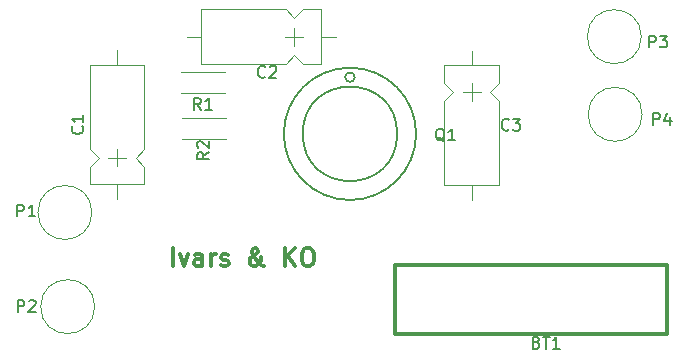
<source format=gbr>
G04 #@! TF.FileFunction,Legend,Top*
%FSLAX46Y46*%
G04 Gerber Fmt 4.6, Leading zero omitted, Abs format (unit mm)*
G04 Created by KiCad (PCBNEW 4.0.5) date 05/18/17 11:10:43*
%MOMM*%
%LPD*%
G01*
G04 APERTURE LIST*
%ADD10C,0.100000*%
%ADD11C,0.300000*%
%ADD12C,0.120000*%
%ADD13C,0.150000*%
G04 APERTURE END LIST*
D10*
D11*
X204485029Y-119753771D02*
X204485029Y-118253771D01*
X205056458Y-118753771D02*
X205413601Y-119753771D01*
X205770743Y-118753771D01*
X206985029Y-119753771D02*
X206985029Y-118968057D01*
X206913600Y-118825200D01*
X206770743Y-118753771D01*
X206485029Y-118753771D01*
X206342172Y-118825200D01*
X206985029Y-119682343D02*
X206842172Y-119753771D01*
X206485029Y-119753771D01*
X206342172Y-119682343D01*
X206270743Y-119539486D01*
X206270743Y-119396629D01*
X206342172Y-119253771D01*
X206485029Y-119182343D01*
X206842172Y-119182343D01*
X206985029Y-119110914D01*
X207699315Y-119753771D02*
X207699315Y-118753771D01*
X207699315Y-119039486D02*
X207770743Y-118896629D01*
X207842172Y-118825200D01*
X207985029Y-118753771D01*
X208127886Y-118753771D01*
X208556457Y-119682343D02*
X208699314Y-119753771D01*
X208985029Y-119753771D01*
X209127886Y-119682343D01*
X209199314Y-119539486D01*
X209199314Y-119468057D01*
X209127886Y-119325200D01*
X208985029Y-119253771D01*
X208770743Y-119253771D01*
X208627886Y-119182343D01*
X208556457Y-119039486D01*
X208556457Y-118968057D01*
X208627886Y-118825200D01*
X208770743Y-118753771D01*
X208985029Y-118753771D01*
X209127886Y-118825200D01*
X212199315Y-119753771D02*
X212127886Y-119753771D01*
X211985029Y-119682343D01*
X211770743Y-119468057D01*
X211413600Y-119039486D01*
X211270743Y-118825200D01*
X211199315Y-118610914D01*
X211199315Y-118468057D01*
X211270743Y-118325200D01*
X211413600Y-118253771D01*
X211485029Y-118253771D01*
X211627886Y-118325200D01*
X211699315Y-118468057D01*
X211699315Y-118539486D01*
X211627886Y-118682343D01*
X211556457Y-118753771D01*
X211127886Y-119039486D01*
X211056457Y-119110914D01*
X210985029Y-119253771D01*
X210985029Y-119468057D01*
X211056457Y-119610914D01*
X211127886Y-119682343D01*
X211270743Y-119753771D01*
X211485029Y-119753771D01*
X211627886Y-119682343D01*
X211699315Y-119610914D01*
X211913600Y-119325200D01*
X211985029Y-119110914D01*
X211985029Y-118968057D01*
X213985029Y-119753771D02*
X213985029Y-118253771D01*
X214842172Y-119753771D02*
X214199315Y-118896629D01*
X214842172Y-118253771D02*
X213985029Y-119110914D01*
X215770743Y-118253771D02*
X216056457Y-118253771D01*
X216199315Y-118325200D01*
X216342172Y-118468057D01*
X216413600Y-118753771D01*
X216413600Y-119253771D01*
X216342172Y-119539486D01*
X216199315Y-119682343D01*
X216056457Y-119753771D01*
X215770743Y-119753771D01*
X215627886Y-119682343D01*
X215485029Y-119539486D01*
X215413600Y-119253771D01*
X215413600Y-118753771D01*
X215485029Y-118468057D01*
X215627886Y-118325200D01*
X215770743Y-118253771D01*
D12*
X199771000Y-111315200D02*
X199771000Y-109815200D01*
X199021000Y-110565200D02*
X200521000Y-110565200D01*
X197461000Y-112825200D02*
X202081000Y-112825200D01*
X197461000Y-102705200D02*
X202081000Y-102705200D01*
X197461000Y-112825200D02*
X197461000Y-111325200D01*
X197461000Y-111325200D02*
X198211000Y-110575200D01*
X198211000Y-110575200D02*
X197461000Y-109825200D01*
X197461000Y-109825200D02*
X197461000Y-102705200D01*
X202081000Y-112825200D02*
X202081000Y-111325200D01*
X202081000Y-111325200D02*
X201331000Y-110575200D01*
X201331000Y-110575200D02*
X202081000Y-109825200D01*
X202081000Y-109825200D02*
X202081000Y-102705200D01*
X199771000Y-114085200D02*
X199771000Y-112825200D01*
X199771000Y-101445200D02*
X199771000Y-102705200D01*
X215520000Y-100330000D02*
X214020000Y-100330000D01*
X214770000Y-101080000D02*
X214770000Y-99580000D01*
X217030000Y-102640000D02*
X217030000Y-98020000D01*
X206910000Y-102640000D02*
X206910000Y-98020000D01*
X217030000Y-102640000D02*
X215530000Y-102640000D01*
X215530000Y-102640000D02*
X214780000Y-101890000D01*
X214780000Y-101890000D02*
X214030000Y-102640000D01*
X214030000Y-102640000D02*
X206910000Y-102640000D01*
X217030000Y-98020000D02*
X215530000Y-98020000D01*
X215530000Y-98020000D02*
X214780000Y-98770000D01*
X214780000Y-98770000D02*
X214030000Y-98020000D01*
X214030000Y-98020000D02*
X206910000Y-98020000D01*
X218290000Y-100330000D02*
X217030000Y-100330000D01*
X205650000Y-100330000D02*
X206910000Y-100330000D01*
X229793800Y-104280000D02*
X229793800Y-105780000D01*
X230543800Y-105030000D02*
X229043800Y-105030000D01*
X232103800Y-102770000D02*
X227483800Y-102770000D01*
X232103800Y-112890000D02*
X227483800Y-112890000D01*
X232103800Y-102770000D02*
X232103800Y-104270000D01*
X232103800Y-104270000D02*
X231353800Y-105020000D01*
X231353800Y-105020000D02*
X232103800Y-105770000D01*
X232103800Y-105770000D02*
X232103800Y-112890000D01*
X227483800Y-102770000D02*
X227483800Y-104270000D01*
X227483800Y-104270000D02*
X228233800Y-105020000D01*
X228233800Y-105020000D02*
X227483800Y-105770000D01*
X227483800Y-105770000D02*
X227483800Y-112890000D01*
X229793800Y-101510000D02*
X229793800Y-102770000D01*
X229793800Y-114150000D02*
X229793800Y-112890000D01*
X197637400Y-115214400D02*
G75*
G03X197637400Y-115214400I-2286000J0D01*
G01*
X197866000Y-123190000D02*
G75*
G03X197866000Y-123190000I-2286000J0D01*
G01*
X244144800Y-100330000D02*
G75*
G03X244144800Y-100330000I-2286000J0D01*
G01*
X244221000Y-106908600D02*
G75*
G03X244221000Y-106908600I-2286000J0D01*
G01*
D13*
X219881400Y-103759600D02*
G75*
G03X219881400Y-103759600I-400000J0D01*
G01*
X223481400Y-108559600D02*
G75*
G03X223481400Y-108559600I-4000000J0D01*
G01*
X225081400Y-108559600D02*
G75*
G03X225081400Y-108559600I-5600000J0D01*
G01*
D12*
X208870000Y-105076200D02*
X205150000Y-105076200D01*
X208870000Y-103356200D02*
X205150000Y-103356200D01*
X208946200Y-108962400D02*
X205226200Y-108962400D01*
X208946200Y-107242400D02*
X205226200Y-107242400D01*
D11*
X223293800Y-125490000D02*
X223293800Y-119690000D01*
X246293800Y-125490000D02*
X246293800Y-119690000D01*
X246293800Y-119690000D02*
X223293800Y-119690000D01*
X246293800Y-125490000D02*
X223293800Y-125490000D01*
D13*
X196818143Y-107931866D02*
X196865762Y-107979485D01*
X196913381Y-108122342D01*
X196913381Y-108217580D01*
X196865762Y-108360438D01*
X196770524Y-108455676D01*
X196675286Y-108503295D01*
X196484810Y-108550914D01*
X196341952Y-108550914D01*
X196151476Y-108503295D01*
X196056238Y-108455676D01*
X195961000Y-108360438D01*
X195913381Y-108217580D01*
X195913381Y-108122342D01*
X195961000Y-107979485D01*
X196008619Y-107931866D01*
X196913381Y-106979485D02*
X196913381Y-107550914D01*
X196913381Y-107265200D02*
X195913381Y-107265200D01*
X196056238Y-107360438D01*
X196151476Y-107455676D01*
X196199095Y-107550914D01*
X212304334Y-103709743D02*
X212256715Y-103757362D01*
X212113858Y-103804981D01*
X212018620Y-103804981D01*
X211875762Y-103757362D01*
X211780524Y-103662124D01*
X211732905Y-103566886D01*
X211685286Y-103376410D01*
X211685286Y-103233552D01*
X211732905Y-103043076D01*
X211780524Y-102947838D01*
X211875762Y-102852600D01*
X212018620Y-102804981D01*
X212113858Y-102804981D01*
X212256715Y-102852600D01*
X212304334Y-102900219D01*
X212685286Y-102900219D02*
X212732905Y-102852600D01*
X212828143Y-102804981D01*
X213066239Y-102804981D01*
X213161477Y-102852600D01*
X213209096Y-102900219D01*
X213256715Y-102995457D01*
X213256715Y-103090695D01*
X213209096Y-103233552D01*
X212637667Y-103804981D01*
X213256715Y-103804981D01*
X232937134Y-108187143D02*
X232889515Y-108234762D01*
X232746658Y-108282381D01*
X232651420Y-108282381D01*
X232508562Y-108234762D01*
X232413324Y-108139524D01*
X232365705Y-108044286D01*
X232318086Y-107853810D01*
X232318086Y-107710952D01*
X232365705Y-107520476D01*
X232413324Y-107425238D01*
X232508562Y-107330000D01*
X232651420Y-107282381D01*
X232746658Y-107282381D01*
X232889515Y-107330000D01*
X232937134Y-107377619D01*
X233270467Y-107282381D02*
X233889515Y-107282381D01*
X233556181Y-107663333D01*
X233699039Y-107663333D01*
X233794277Y-107710952D01*
X233841896Y-107758571D01*
X233889515Y-107853810D01*
X233889515Y-108091905D01*
X233841896Y-108187143D01*
X233794277Y-108234762D01*
X233699039Y-108282381D01*
X233413324Y-108282381D01*
X233318086Y-108234762D01*
X233270467Y-108187143D01*
X191316385Y-115549941D02*
X191316385Y-114549941D01*
X191697338Y-114549941D01*
X191792576Y-114597560D01*
X191840195Y-114645179D01*
X191887814Y-114740417D01*
X191887814Y-114883274D01*
X191840195Y-114978512D01*
X191792576Y-115026131D01*
X191697338Y-115073750D01*
X191316385Y-115073750D01*
X192840195Y-115549941D02*
X192268766Y-115549941D01*
X192554480Y-115549941D02*
X192554480Y-114549941D01*
X192459242Y-114692798D01*
X192364004Y-114788036D01*
X192268766Y-114835655D01*
X191341785Y-123624601D02*
X191341785Y-122624601D01*
X191722738Y-122624601D01*
X191817976Y-122672220D01*
X191865595Y-122719839D01*
X191913214Y-122815077D01*
X191913214Y-122957934D01*
X191865595Y-123053172D01*
X191817976Y-123100791D01*
X191722738Y-123148410D01*
X191341785Y-123148410D01*
X192294166Y-122719839D02*
X192341785Y-122672220D01*
X192437023Y-122624601D01*
X192675119Y-122624601D01*
X192770357Y-122672220D01*
X192817976Y-122719839D01*
X192865595Y-122815077D01*
X192865595Y-122910315D01*
X192817976Y-123053172D01*
X192246547Y-123624601D01*
X192865595Y-123624601D01*
X244818945Y-101247201D02*
X244818945Y-100247201D01*
X245199898Y-100247201D01*
X245295136Y-100294820D01*
X245342755Y-100342439D01*
X245390374Y-100437677D01*
X245390374Y-100580534D01*
X245342755Y-100675772D01*
X245295136Y-100723391D01*
X245199898Y-100771010D01*
X244818945Y-100771010D01*
X245723707Y-100247201D02*
X246342755Y-100247201D01*
X246009421Y-100628153D01*
X246152279Y-100628153D01*
X246247517Y-100675772D01*
X246295136Y-100723391D01*
X246342755Y-100818630D01*
X246342755Y-101056725D01*
X246295136Y-101151963D01*
X246247517Y-101199582D01*
X246152279Y-101247201D01*
X245866564Y-101247201D01*
X245771326Y-101199582D01*
X245723707Y-101151963D01*
X245141525Y-107802941D02*
X245141525Y-106802941D01*
X245522478Y-106802941D01*
X245617716Y-106850560D01*
X245665335Y-106898179D01*
X245712954Y-106993417D01*
X245712954Y-107136274D01*
X245665335Y-107231512D01*
X245617716Y-107279131D01*
X245522478Y-107326750D01*
X245141525Y-107326750D01*
X246570097Y-107136274D02*
X246570097Y-107802941D01*
X246332001Y-106755322D02*
X246093906Y-107469608D01*
X246712954Y-107469608D01*
X227486162Y-109207219D02*
X227390924Y-109159600D01*
X227295686Y-109064362D01*
X227152829Y-108921505D01*
X227057590Y-108873886D01*
X226962352Y-108873886D01*
X227009971Y-109111981D02*
X226914733Y-109064362D01*
X226819495Y-108969124D01*
X226771876Y-108778648D01*
X226771876Y-108445314D01*
X226819495Y-108254838D01*
X226914733Y-108159600D01*
X227009971Y-108111981D01*
X227200448Y-108111981D01*
X227295686Y-108159600D01*
X227390924Y-108254838D01*
X227438543Y-108445314D01*
X227438543Y-108778648D01*
X227390924Y-108969124D01*
X227295686Y-109064362D01*
X227200448Y-109111981D01*
X227009971Y-109111981D01*
X228390924Y-109111981D02*
X227819495Y-109111981D01*
X228105209Y-109111981D02*
X228105209Y-108111981D01*
X228009971Y-108254838D01*
X227914733Y-108350076D01*
X227819495Y-108397695D01*
X206843334Y-106528581D02*
X206510000Y-106052390D01*
X206271905Y-106528581D02*
X206271905Y-105528581D01*
X206652858Y-105528581D01*
X206748096Y-105576200D01*
X206795715Y-105623819D01*
X206843334Y-105719057D01*
X206843334Y-105861914D01*
X206795715Y-105957152D01*
X206748096Y-106004771D01*
X206652858Y-106052390D01*
X206271905Y-106052390D01*
X207795715Y-106528581D02*
X207224286Y-106528581D01*
X207510000Y-106528581D02*
X207510000Y-105528581D01*
X207414762Y-105671438D01*
X207319524Y-105766676D01*
X207224286Y-105814295D01*
X207538581Y-110129066D02*
X207062390Y-110462400D01*
X207538581Y-110700495D02*
X206538581Y-110700495D01*
X206538581Y-110319542D01*
X206586200Y-110224304D01*
X206633819Y-110176685D01*
X206729057Y-110129066D01*
X206871914Y-110129066D01*
X206967152Y-110176685D01*
X207014771Y-110224304D01*
X207062390Y-110319542D01*
X207062390Y-110700495D01*
X206633819Y-109748114D02*
X206586200Y-109700495D01*
X206538581Y-109605257D01*
X206538581Y-109367161D01*
X206586200Y-109271923D01*
X206633819Y-109224304D01*
X206729057Y-109176685D01*
X206824295Y-109176685D01*
X206967152Y-109224304D01*
X207538581Y-109795733D01*
X207538581Y-109176685D01*
X235281886Y-126217371D02*
X235424743Y-126264990D01*
X235472362Y-126312610D01*
X235519981Y-126407848D01*
X235519981Y-126550705D01*
X235472362Y-126645943D01*
X235424743Y-126693562D01*
X235329505Y-126741181D01*
X234948552Y-126741181D01*
X234948552Y-125741181D01*
X235281886Y-125741181D01*
X235377124Y-125788800D01*
X235424743Y-125836419D01*
X235472362Y-125931657D01*
X235472362Y-126026895D01*
X235424743Y-126122133D01*
X235377124Y-126169752D01*
X235281886Y-126217371D01*
X234948552Y-126217371D01*
X235805695Y-125741181D02*
X236377124Y-125741181D01*
X236091409Y-126741181D02*
X236091409Y-125741181D01*
X237234267Y-126741181D02*
X236662838Y-126741181D01*
X236948552Y-126741181D02*
X236948552Y-125741181D01*
X236853314Y-125884038D01*
X236758076Y-125979276D01*
X236662838Y-126026895D01*
M02*

</source>
